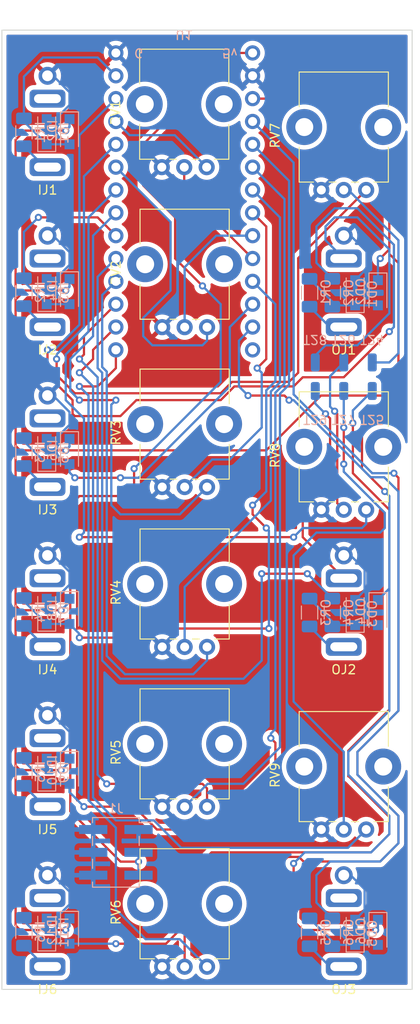
<source format=kicad_pcb>
(kicad_pcb (version 20211014) (generator pcbnew)
  (title_block (comment 4 "AISLER Project ID: XIZNEPVD"))
  (layers (0 "F.Cu" signal) (31 "B.Cu" signal) (34 "B.Paste" user) (35 "F.Paste" user) (36 "B.SilkS" user "B.Silkscreen") (37 "F.SilkS" user "F.Silkscreen") (38 "B.Mask" user) (39 "F.Mask" user) (44 "Edge.Cuts" user))
  (net 0 "")
  (net 1 "/VCA_1_Input/Signal")
  (net 2 "GND")
  (net 3 "+3.3V")
  (net 4 "/CV_Input_1/Signal")
  (net 5 "/VCA_2_Input/Signal")
  (net 6 "/CV_Input_2/Signal")
  (net 7 "/VCA_3_Input/Signal")
  (net 8 "/CV_Input_3/Signal")
  (net 9 "/VCA_1_Input/Switch")
  (net 10 "Net-(IJ1-PadT)")
  (net 11 "/CV_Input_1/Switch")
  (net 12 "Net-(IJ2-PadT)")
  (net 13 "/VCA_2_Input/Switch")
  (net 14 "Net-(IJ3-PadT)")
  (net 15 "/CV_Input_2/Switch")
  (net 16 "Net-(IJ4-PadT)")
  (net 17 "/VCA_3_Input/Switch")
  (net 18 "Net-(IJ5-PadT)")
  (net 19 "/CV_Input_3/Switch")
  (net 20 "Net-(IJ6-PadT)")
  (net 21 "+5V")
  (net 22 "Net-(OD1-Pad1)")
  (net 23 "Net-(OD3-Pad1)")
  (net 24 "Net-(OD5-Pad1)")
  (net 25 "/VCA_1_Output/Switch")
  (net 26 "Net-(OJ1-PadT)")
  (net 27 "/VCA_2_Output/Switch")
  (net 28 "Net-(OJ2-PadT)")
  (net 29 "/VCA_3_Output/Switch")
  (net 30 "Net-(OJ3-PadT)")
  (net 31 "/VCA_1_Output/Signal")
  (net 32 "/VCA_2_Output/Signal")
  (net 33 "/VCA_3_Output/Signal")
  (net 34 "Net-(RV1-Pad1)")
  (net 35 "Net-(RV1-Pad2)")
  (net 36 "Net-(RV2-Pad1)")
  (net 37 "Net-(RV2-Pad2)")
  (net 38 "Net-(RV3-Pad1)")
  (net 39 "Net-(RV3-Pad2)")
  (net 40 "Net-(RV4-Pad1)")
  (net 41 "Net-(RV4-Pad2)")
  (net 42 "Net-(RV5-Pad1)")
  (net 43 "Net-(RV5-Pad2)")
  (net 44 "Net-(RV6-Pad1)")
  (net 45 "Net-(RV6-Pad2)")
  (net 46 "Net-(RV7-Pad1)")
  (net 47 "Net-(RV7-Pad2)")
  (net 48 "Net-(RV8-Pad1)")
  (net 49 "Net-(RV8-Pad2)")
  (net 50 "Net-(RV9-Pad1)")
  (net 51 "Net-(RV9-Pad2)")
  (footprint "Perfboard:3.5mm Jack Perfboard" (layer "F.Cu") (at 40.64 68.58)
    (fp_text reference "IJ1")
    (fp_text value "Input")
  )
  (footprint "Perfboard:3.5mm Jack Perfboard" (layer "F.Cu") (at 40.64 86.36)
    (fp_text reference "IJ2")
    (fp_text value "Input")
  )
  (footprint "Potentiometer:Bourns_PTV09A-4025FB103" (layer "F.Cu") (at 73.615 76.185)
    (fp_text reference "RV7")
    (fp_text value "VCA_1_Gain")
  )
  (footprint "Perfboard:3.5mm Jack Perfboard" (layer "F.Cu") (at 40.64 121.92)
    (fp_text reference "IJ4")
    (fp_text value "Input")
  )
  (footprint "Potentiometer:Bourns_PTV09A-4020UB103" (layer "F.Cu") (at 55.88 127)
    (fp_text reference "RV4")
    (fp_text value "CV_Scale_2")
  )
  (footprint "Potentiometer:Bourns_PTV09A-4020UB103" (layer "F.Cu") (at 55.88 162.56)
    (fp_text reference "RV6")
    (fp_text value "CV_Scale_3")
  )
  (footprint "Perfboard:3.5mm Jack Perfboard" (layer "F.Cu") (at 73.66 157.48)
    (fp_text reference "OJ3")
    (fp_text value "Input")
  )
  (footprint "Perfboard:3.5mm Jack Perfboard" (layer "F.Cu") (at 40.64 157.48)
    (fp_text reference "IJ6")
    (fp_text value "Input")
  )
  (footprint "Perfboard:3.5mm Jack Perfboard" (layer "F.Cu") (at 40.64 104.14)
    (fp_text reference "IJ3")
    (fp_text value "Input")
  )
  (footprint "Potentiometer:Bourns_PTV09A-4020UB103" (layer "F.Cu") (at 55.835 73.645)
    (fp_text reference "RV1")
    (fp_text value "CV_1_Slope")
  )
  (footprint "Potentiometer:Bourns_PTV09A-4020UB103" (layer "F.Cu") (at 55.88 91.44)
    (fp_text reference "RV2")
    (fp_text value "CV_Scale_1")
  )
  (footprint "Potentiometer:Bourns_PTV09A-4020UB103" (layer "F.Cu") (at 55.88 144.78)
    (fp_text reference "RV5")
    (fp_text value "CV_3_Slope")
  )
  (footprint "Perfboard:3.5mm Jack Perfboard" (layer "F.Cu") (at 73.66 86.36)
    (fp_text reference "OJ1")
    (fp_text value "Input")
  )
  (footprint "Potentiometer:Bourns_PTV09A-4025FB103" (layer "F.Cu") (at 73.615 111.745)
    (fp_text reference "RV8")
    (fp_text value "VCA_2_Gain")
  )
  (footprint "Perfboard:3.5mm Jack Perfboard" (layer "F.Cu") (at 73.66 121.92)
    (fp_text reference "OJ2")
    (fp_text value "Input")
  )
  (footprint "Potentiometer:Bourns_PTV09A-4020UB103" (layer "F.Cu") (at 55.88 109.22)
    (fp_text reference "RV3")
    (fp_text value "CV_2_Slope")
  )
  (footprint "Potentiometer:Bourns_PTV09A-4025FB103" (layer "F.Cu") (at 73.615 147.305)
    (fp_text reference "RV9")
    (fp_text value "VCA_3_Gain")
  )
  (footprint "Perfboard:3.5mm Jack Perfboard" (layer "F.Cu") (at 40.64 139.7)
    (fp_text reference "IJ5")
    (fp_text value "Input")
  )
  (footprint "Diode_SMD:D_SOD-123F" (layer "B.Cu") (at 40.554 123.06 90)
    (fp_text reference "ID7")
    (fp_text value "240mV")
  )
  (footprint "Teensy:Teensy 4.0 horizontal" (layer "B.Cu") (at 55.88 58.42)
    (fp_text reference "U1")
    (fp_text value "Teensy4.0")
  )
  (footprint "Diode_SMD:D_SOD-123F" (layer "B.Cu") (at 74.93 87.63 90)
    (fp_text reference "OD1")
    (fp_text value "240mV")
  )
  (footprint "Resistor_SMD:R_1206_3216Metric_Pad1.30x1.75mm_HandSolder" (layer "B.Cu") (at 72.39 123.19 90)
    (fp_text reference "OR4")
    (fp_text value "900")
  )
  (footprint "Resistor_SMD:R_1206_3216Metric_Pad1.30x1.75mm_HandSolder" (layer "B.Cu") (at 38.014 123.127 90)
    (fp_text reference "IR4")
    (fp_text value "1k")
  )
  (footprint "Diode_SMD:D_SOD-123F" (layer "B.Cu") (at 43.094 69.72 -90)
    (fp_text reference "ID2")
    (fp_text value "240mV")
  )
  (footprint "Diode_SMD:D_SOD-123F" (layer "B.Cu") (at 43.094 105.28 -90)
    (fp_text reference "ID6")
    (fp_text value "240mV")
  )
  (footprint "Diode_SMD:D_SOD-123F" (layer "B.Cu") (at 74.93 158.75 90)
    (fp_text reference "OD5")
    (fp_text value "240mV")
  )
  (footprint "Resistor_SMD:R_1206_3216Metric_Pad1.30x1.75mm_HandSolder" (layer "B.Cu") (at 69.85 158.75 90)
    (fp_text reference "OR5")
    (fp_text value "100")
  )
  (footprint "Diode_SMD:D_SOD-123F" (layer "B.Cu") (at 77.47 158.75 -90)
    (fp_text reference "OD6")
    (fp_text value "240mV")
  )
  (footprint "Connector_PinHeader_2.54mm:PinHeader_2x03_P2.54mm_Vertical_SMD" (layer "B.Cu") (at 48.26 149.86 180)
    (fp_text reference "J1")
    (fp_text value "Power_Connector_2x3")
  )
  (footprint "Resistor_SMD:R_1206_3216Metric_Pad1.30x1.75mm_HandSolder" (layer "B.Cu") (at 38.014 158.687 90)
    (fp_text reference "IR6")
    (fp_text value "1k")
  )
  (footprint "Diode_SMD:D_SOD-123F" (layer "B.Cu") (at 43.094 87.5 -90)
    (fp_text reference "ID4")
    (fp_text value "240mV")
  )
  (footprint "Resistor_SMD:R_1206_3216Metric_Pad1.30x1.75mm_HandSolder" (layer "B.Cu") (at 72.39 87.63 90)
    (fp_text reference "OR2")
    (fp_text value "900")
  )
  (footprint "Resistor_SMD:R_1206_3216Metric_Pad1.30x1.75mm_HandSolder" (layer "B.Cu") (at 69.85 123.19 90)
    (fp_text reference "OR3")
    (fp_text value "100")
  )
  (footprint "Resistor_SMD:R_1206_3216Metric_Pad1.30x1.75mm_HandSolder" (layer "B.Cu") (at 38.014 140.907 90)
    (fp_text reference "IR5")
    (fp_text value "1k")
  )
  (footprint "Diode_SMD:D_SOD-123F" (layer "B.Cu") (at 43.094 158.62 -90)
    (fp_text reference "ID12")
    (fp_text value "240mV")
  )
  (footprint "Diode_SMD:D_SOD-123F" (layer "B.Cu") (at 40.554 158.62 90)
    (fp_text reference "ID11")
    (fp_text value "240mV")
  )
  (footprint "Resistor_SMD:R_1206_3216Metric_Pad1.30x1.75mm_HandSolder" (layer "B.Cu") (at 38.014 105.347 90)
    (fp_text reference "IR3")
    (fp_text value "1k")
  )
  (footprint "Diode_SMD:D_SOD-123F" (layer "B.Cu") (at 40.554 69.72 90)
    (fp_text reference "ID1")
    (fp_text value "240mV")
  )
  (footprint "Resistor_SMD:R_1206_3216Metric_Pad1.30x1.75mm_HandSolder" (layer "B.Cu") (at 38.014 87.567 90)
    (fp_text reference "IR2")
    (fp_text value "1k")
  )
  (footprint "Diode_SMD:D_SOD-123F" (layer "B.Cu") (at 74.93 123.19 90)
    (fp_text reference "OD3")
    (fp_text value "240mV")
  )
  (footprint "Diode_SMD:D_SOD-123F" (layer "B.Cu") (at 40.554 105.28 90)
    (fp_text reference "ID5")
    (fp_text value "240mV")
  )
  (footprint "Teensy:Teensy 4.0 back pins" (layer "B.Cu") (at 71.755 97.028 -90)
    (fp_text reference "U1" hide)
    (fp_text value "Teensy4.0" hide)
  )
  (footprint "Diode_SMD:D_SOD-123F" (layer "B.Cu") (at 77.47 123.19 -90)
    (fp_text reference "OD4")
    (fp_text value "240mV")
  )
  (footprint "Diode_SMD:D_SOD-123F" (layer "B.Cu") (at 40.554 140.84 90)
    (fp_text reference "ID9")
    (fp_text value "240mV")
  )
  (footprint "Resistor_SMD:R_1206_3216Metric_Pad1.30x1.75mm_HandSolder" (layer "B.Cu") (at 69.85 87.63 90)
    (fp_text reference "OR1")
    (fp_text value "100")
  )
  (footprint "Diode_SMD:D_SOD-123F" (layer "B.Cu") (at 43.094 140.84 -90)
    (fp_text reference "ID10")
    (fp_text value "240mV")
  )
  (footprint "Diode_SMD:D_SOD-123F" (layer "B.Cu") (at 77.47 87.63 -90)
    (fp_text reference "OD2")
    (fp_text value "240mV")
  )
  (footprint "Diode_SMD:D_SOD-123F" (layer "B.Cu") (at 40.554 87.5 90)
    (fp_text reference "ID3")
    (fp_text value "240mV")
  )
  (footprint "Diode_SMD:D_SOD-123F" (layer "B.Cu") (at 43.094 123.06 -90)
    (fp_text reference "ID8")
    (fp_text value "240mV")
  )
  (footprint "Resistor_SMD:R_1206_3216Metric_Pad1.30x1.75mm_HandSolder" (layer "B.Cu") (at 72.39 158.75 90)
    (fp_text reference "OR6")
    (fp_text value "900")
  )
  (footprint "Resistor_SMD:R_1206_3216Metric_Pad1.30x1.75mm_HandSolder" (layer "B.Cu") (at 38.014 69.787 90)
    (fp_text reference "IR1")
    (fp_text value "1k")
  )
  (gr_line (start 35.56 60.96) (end 35.56 165.1) (layer "Edge.Cuts") (width 0.1))
  (gr_line (start 35.56 58.42) (end 35.56 60.96) (layer "Edge.Cuts") (width 0.1))
  (gr_line (start 81.28 165.1) (end 81.28 58.42) (layer "Edge.Cuts") (width 0.1))
  (gr_line (start 81.28 58.42) (end 35.56 58.42) (layer "Edge.Cuts") (width 0.1))
  (gr_line (start 35.56 165.1) (end 81.28 165.1) (layer "Edge.Cuts") (width 0.1))
  (segment (start 38.014 68.237) (end 38.014 63.586) (width 0.25) (layer "B.Cu") (net 1))
  (segment (start 38.014 68.58) (end 40.554 71.12) (width 0.25) (layer "B.Cu") (net 1))
  (segment (start 38.014 63.586) (end 40.132 61.468) (width 0.25) (layer "B.Cu") (net 1))
  (segment (start 46.228 61.468) (end 48.26 63.5) (width 0.25) (layer "B.Cu") (net 1))
  (segment (start 40.554 71.12) (end 43.094 71.12) (width 0.25) (layer "B.Cu") (net 1))
  (segment (start 38.014 68.237) (end 38.014 68.58) (width 0.25) (layer "B.Cu") (net 1))
  (segment (start 40.132 61.468) (end 46.228 61.468) (width 0.25) (layer "B.Cu") (net 1))
  (segment (start 41.526726 121.66) (end 43.094 120.092726) (width 0.25) (layer "B.Cu") (net 2))
  (segment (start 41.266726 81.28) (end 40.64 81.28) (width 0.25) (layer "B.Cu") (net 2))
  (segment (start 75.985 156.295) (end 75.985 153.963) (width 0.25) (layer "B.Cu") (net 2))
  (segment (start 41.526726 157.22) (end 43.094 155.652726) (width 0.25) (layer "B.Cu") (net 2))
  (segment (start 40.554 86.1) (end 41.526726 86.1) (width 0.25) (layer "B.Cu") (net 2))
  (segment (start 75.985 153.963) (end 74.422 152.4) (width 0.25) (layer "B.Cu") (net 2))
  (segment (start 76.2 84.96) (end 76.2 83.058) (width 0.25) (layer "B.Cu") (net 2))
  (segment (start 43.094 83.107274) (end 41.266726 81.28) (width 0.25) (layer "B.Cu") (net 2))
  (segment (start 75.985 118.403) (end 74.422 116.84) (width 0.25) (layer "B.Cu") (net 2))
  (segment (start 41.266726 63.5) (end 40.64 63.5) (width 0.25) (layer "B.Cu") (net 2))
  (segment (start 74.422 81.28) (end 73.66 81.28) (width 0.25) (layer "B.Cu") (net 2))
  (segment (start 43.094 137.872726) (end 43.094 136.447274) (width 0.25) (layer "B.Cu") (net 2))
  (segment (start 74.93 157.35) (end 75.985 156.295) (width 0.25) (layer "B.Cu") (net 2))
  (segment (start 76.2 83.058) (end 74.422 81.28) (width 0.25) (layer "B.Cu") (net 2))
  (segment (start 43.094 136.447274) (end 41.266726 134.62) (width 0.25) (layer "B.Cu") (net 2))
  (segment (start 43.094 84.532726) (end 43.094 83.107274) (width 0.25) (layer "B.Cu") (net 2))
  (segment (start 74.93 86.23) (end 76.2 84.96) (width 0.25) (layer "B.Cu") (net 2))
  (segment (start 41.266726 116.84) (end 40.64 116.84) (width 0.25) (layer "B.Cu") (net 2))
  (segment (start 74.422 152.4) (end 73.66 152.4) (width 0.25) (layer "B.Cu") (net 2))
  (segment (start 40.554 68.32) (end 41.526726 68.32) (width 0.25) (layer "B.Cu") (net 2))
  (segment (start 43.094 120.092726) (end 43.094 118.667274) (width 0.25) (layer "B.Cu") (net 2))
  (segment (start 41.526726 68.32) (end 43.094 66.752726) (width 0.25) (layer "B.Cu") (net 2))
  (segment (start 41.526726 103.88) (end 43.094 102.312726) (width 0.25) (layer "B.Cu") (net 2))
  (segment (start 41.266726 134.62) (end 40.64 134.62) (width 0.25) (layer "B.Cu") (net 2))
  (segment (start 43.094 102.312726) (end 43.094 100.887274) (width 0.25) (layer "B.Cu") (net 2))
  (segment (start 74.93 121.79) (end 75.985 120.735) (width 0.25) (layer "B.Cu") (net 2))
  (segment (start 40.554 103.88) (end 41.526726 103.88) (width 0.25) (layer "B.Cu") (net 2))
  (segment (start 40.554 139.44) (end 41.526726 139.44) (width 0.25) (layer "B.Cu") (net 2))
  (segment (start 41.526726 86.1) (end 43.094 84.532726) (width 0.25) (layer "B.Cu") (net 2))
  (segment (start 41.266726 99.06) (end 40.64 99.06) (width 0.25) (layer "B.Cu") (net 2))
  (segment (start 75.985 120.735) (end 75.985 118.403) (width 0.25) (layer "B.Cu") (net 2))
  (segment (start 40.554 157.22) (end 41.526726 157.22) (width 0.25) (layer "B.Cu") (net 2))
  (segment (start 43.094 65.327274) (end 41.266726 63.5) (width 0.25) (layer "B.Cu") (net 2))
  (segment (start 43.094 118.667274) (end 41.266726 116.84) (width 0.25) (layer "B.Cu") (net 2))
  (segment (start 43.094 66.752726) (end 43.094 65.327274) (width 0.25) (layer "B.Cu") (net 2))
  (segment (start 43.094 100.887274) (end 41.266726 99.06) (width 0.25) (layer "B.Cu") (net 2))
  (segment (start 43.094 155.652726) (end 43.094 154.227274) (width 0.25) (layer "B.Cu") (net 2))
  (segment (start 40.554 121.66) (end 41.526726 121.66) (width 0.25) (layer "B.Cu") (net 2))
  (segment (start 43.094 154.227274) (end 41.266726 152.4) (width 0.25) (layer "B.Cu") (net 2))
  (segment (start 41.526726 139.44) (end 43.094 137.872726) (width 0.25) (layer "B.Cu") (net 2))
  (segment (start 74.422 116.84) (end 73.66 116.84) (width 0.25) (layer "B.Cu") (net 2))
  (segment (start 41.266726 152.4) (end 40.64 152.4) (width 0.25) (layer "B.Cu") (net 2))
  (segment (start 77.724 83.82) (end 78.74 82.804) (width 0.25) (layer "F.Cu") (net 3))
  (segment (start 68.072 151.0925) (end 68.072 157.48) (width 0.25) (layer "F.Cu") (net 3))
  (segment (start 79.756 84.328) (end 79.756 99.06) (width 0.25) (layer "F.Cu") (net 3))
  (segment (start 65.024 105.156) (end 42.672 105.156) (width 0.25) (layer "F.Cu") (net 3))
  (segment (start 42.672 105.156) (end 37.592 105.156) (width 0.25) (layer "F.Cu") (net 3))
  (segment (start 42.164 122.936) (end 37.592 122.936) (width 0.25) (layer "F.Cu") (net 3))
  (segment (start 71.12 99.06) (end 65.024 105.156) (width 0.25) (layer "F.Cu") (net 3))
  (segment (start 37.592 105.156) (end 37.084 105.664) (width 0.25) (layer "F.Cu") (net 3))
  (segment (start 37.592 140.716) (end 37.084 140.208) (width 0.25) (layer "F.Cu") (net 3))
  (segment (start 38.1 87.376) (end 42.672 87.376) (width 0.25) (layer "F.Cu") (net 3))
  (segment (start 37.084 104.648) (end 37.084 104.14) (width 0.25) (layer "F.Cu") (net 3))
  (segment (start 37.592 122.936) (end 37.084 122.428) (width 0.25) (layer "F.Cu") (net 3))
  (segment (start 37.084 120.396) (end 37.084 122.428) (width 0.25) (layer "F.Cu") (net 3))
  (segment (start 69.088 158.496) (end 77.216 158.496) (width 0.25) (layer "F.Cu") (net 3))
  (segment (start 78.74 82.804) (end 78.74 74.676) (width 0.25) (layer "F.Cu") (net 3))
  (segment (start 37.084 157.988) (end 37.084 140.208) (width 0.25) (layer "F.Cu") (net 3))
  (segment (start 78.74 83.312) (end 79.756 84.328) (width 0.25) (layer "F.Cu") (net 3))
  (segment (start 75.692 107.188) (end 78.232 109.728) (width 0.25) (layer "F.Cu") (net 3))
  (segment (start 78.74 74.676) (end 70.104 66.04) (width 0.25) (layer "F.Cu") (net 3))
  (segment (start 42.672 158.496) (end 37.592 158.496) (width 0.25) (layer "F.Cu") (net 3))
  (segment (start 38.1 69.596) (end 37.084 70.612) (width 0.25) (layer "F.Cu") (net 3))
  (segment (start 42.672 69.596) (end 38.1 69.596) (width 0.25) (layer "F.Cu") (net 3))
  (segment (start 37.084 104.14) (end 37.084 88.392) (width 0.25) (layer "F.Cu") (net 3))
  (segment (start 37.084 104.14) (end 37.084 105.664) (width 0.25) (layer "F.Cu") (net 3))
  (segment (start 37.592 105.156) (end 37.084 104.648) (width 0.25) (layer "F.Cu") (net 3))
  (segment (start 75.692 103.124) (end 75.692 107.188) (width 0.25) (layer "F.Cu") (net 3))
  (segment (start 68.072 157.48) (end 69.088 158.496) (width 0.25) (layer "F.Cu") (net 3))
  (segment (start 37.084 88.392) (end 38.1 87.376) (width 0.25) (layer "F.Cu") (net 3))
  (segment (start 79.756 99.06) (end 71.12 99.06) (width 0.25) (layer "F.Cu") (net 3))
  (segment (start 37.084 140.208) (end 37.084 122.428) (width 0.25) (layer "F.Cu") (net 3))
  (segment (start 37.084 70.612) (end 37.084 88.392) (width 0.25) (layer "F.Cu") (net 3))
  (segment (start 42.164 140.716) (end 37.592 140.716) (width 0.25) (layer "F.Cu") (net 3))
  (segment (start 79.756 99.06) (end 75.692 103.124) (width 0.25) (layer "F.Cu") (net 3))
  (segment (start 78.74 82.804) (end 78.74 83.312) (width 0.25) (layer "F.Cu") (net 3))
  (segment (start 37.084 105.664) (end 37.084 120.396) (width 0.25) (layer "F.Cu") (net 3))
  (segment (start 37.592 158.496) (end 37.084 157.988) (width 0.25) (layer "F.Cu") (net 3))
  (segment (start 70.104 66.04) (end 63.5 66.04) (width 0.25) (layer "F.Cu") (net 3))
  (via (at 42.672 69.596) (size 0.8) (drill 0.4) (layers "F.Cu" "B.Cu") (net 3))
  (via (at 42.672 158.496) (size 0.8) (drill 0.4) (layers "F.Cu" "B.Cu") (net 3))
  (via (at 77.724 83.82) (size 0.8) (drill 0.4) (layers "F.Cu" "B.Cu") (net 3))
  (via (at 42.672 87.376) (size 0.8) (drill 0.4) (layers "F.Cu" "B.Cu") (net 3))
  (via (at 42.672 105.156) (size 0.8) (drill 0.4) (layers "F.Cu" "B.Cu") (net 3))
  (via (at 77.216 158.496) (size 0.8) (drill 0.4) (layers "F.Cu" "B.Cu") (net 3))
  (via (at 68.072 151.0925) (size 0.8) (drill 0.4) (layers "F.Cu" "B.Cu") (net 3))
  (via (at 78.232 109.728) (size 0.8) (drill 0.4) (layers "F.Cu" "B.Cu") (net 3))
  (via (at 42.164 140.716) (size 0.8) (drill 0.4) (layers "F.Cu" "B.Cu") (net 3))
  (via (at 42.164 122.936) (size 0.8) (drill 0.4) (layers "F.Cu" "B.Cu") (net 3))
  (segment (start 78.74 145.796) (end 74.168 141.224) (width 0.25) (layer "B.Cu") (net 3))
  (segment (start 69.3045 149.86) (end 76.708 149.86) (width 0.25) (layer "B.Cu") (net 3))
  (segment (start 77.47 84.074) (end 77.47 86.23) (width 0.25) (layer "B.Cu") (net 3))
  (segment (start 78.74 120.52) (end 77.47 121.79) (width 0.25) (layer "B.Cu") (net 3))
  (segment (start 77.47 158.242) (end 77.47 157.35) (width 0.25) (layer "B.Cu") (net 3))
  (segment (start 74.168 141.224) (end 74.168 138.684) (width 0.25) (layer "B.Cu") (net 3))
  (segment (start 76.708 149.86) (end 78.74 147.828) (width 0.25) (layer "B.Cu") (net 3))
  (segment (start 43.094 69.174) (end 42.672 69.596) (width 0.25) (layer "B.Cu") (net 3))
  (segment (start 78.74 110.236) (end 78.74 120.52) (width 0.25) (layer "B.Cu") (net 3))
  (segment (start 77.724 83.82) (end 77.47 84.074) (width 0.25) (layer "B.Cu") (net 3))
  (segment (start 74.168 138.684) (end 78.74 134.112) (width 0.25) (layer "B.Cu") (net 3))
  (segment (start 43.094 157.22) (end 43.094 158.074) (width 0.25) (layer "B.Cu") (net 3))
  (segment (start 43.094 103.88) (end 43.094 104.734) (width 0.25) (layer "B.Cu") (net 3))
  (segment (start 43.094 68.32) (end 43.094 69.174) (width 0.25) (layer "B.Cu") (net 3))
  (segment (start 43.094 122.006) (end 43.094 121.66) (width 0.25) (layer "B.Cu") (net 3))
  (segment (start 42.164 140.716) (end 43.094 139.786) (width 0.25) (layer "B.Cu") (net 3))
  (segment (start 78.232 109.728) (end 78.74 110.236) (width 0.25) (layer "B.Cu") (net 3))
  (segment (start 43.094 86.1) (end 43.094 86.954) (width 0.25) (layer "B.Cu") (net 3))
  (segment (start 42.164 122.936) (end 43.094 122.006) (width 0.25) (layer "B.Cu") (net 3))
  (segment (start 43.094 139.786) (end 43.094 139.44) (width 0.25) (layer "B.Cu") (net 3))
  (segment (start 43.094 104.734) (end 42.672 105.156) (width 0.25) (layer "B.Cu") (net 3))
  (segment (start 43.094 158.074) (end 42.672 158.496) (width 0.25) (layer "B.Cu") (net 3))
  (segment (start 43.094 86.954) (end 42.672 87.376) (width 0.25) (layer "B.Cu") (net 3))
  (segment (start 78.74 147.828) (end 78.74 145.796) (width 0.25) (layer "B.Cu") (net 3))
  (segment (start 78.74 134.112) (end 78.74 120.52) (width 0.25) (layer "B.Cu") (net 3))
  (segment (start 77.216 158.496) (end 77.47 158.242) (width 0.25) (layer "B.Cu") (net 3))
  (segment (start 68.072 151.0925) (end 69.3045 149.86) (width 0.25) (layer "B.Cu") (net 3))
  (segment (start 48.26 81.28) (end 46.228 79.248) (width 0.25) (layer "F.Cu") (net 4))
  (segment (start 46.228 79.248) (end 39.624 79.248) (width 0.25) (layer "F.Cu") (net 4))
  (via (at 39.624 79.248) (size 0.8) (drill 0.4) (layers "F.Cu" "B.Cu") (net 4))
  (segment (start 39.624 79.248) (end 38.014 80.858) (width 0.25) (layer "B.Cu") (net 4))
  (segment (start 38.014 86.017) (end 38.014 86.36) (width 0.25) (layer "B.Cu") (net 4))
  (segment (start 38.014 86.36) (end 40.554 88.9) (width 0.25) (layer "B.Cu") (net 4))
  (segment (start 38.014 80.858) (end 38.014 86.017) (width 0.25) (layer "B.Cu") (net 4))
  (segment (start 40.554 88.9) (end 43.094 88.9) (width 0.25) (layer "B.Cu") (net 4))
  (segment (start 43.688 108.204) (end 48.768 108.204) (width 0.25) (layer "F.Cu") (net 5))
  (via (at 43.688 108.204) (size 0.8) (drill 0.4) (layers "F.Cu" "B.Cu") (net 5))
  (via (at 48.768 108.204) (size 0.8) (drill 0.4) (layers "F.Cu" "B.Cu") (net 5))
  (segment (start 38.014 104.14) (end 40.554 106.68) (width 0.25) (layer "B.Cu") (net 5))
  (segment (start 48.768 108.204) (end 50.8 108.204) (width 0.25) (layer "B.Cu") (net 5))
  (segment (start 60.96 98.044) (end 60.96 91.44) (width 0.25) (layer "B.Cu") (net 5))
  (segment (start 50.8 108.204) (end 60.96 98.044) (width 0.25) (layer "B.Cu") (net 5))
  (segment (start 43.094 107.61) (end 43.688 108.204) (width 0.25) (layer "B.Cu") (net 5))
  (segment (start 43.094 106.68) (end 43.094 107.61) (width 0.25) (layer "B.Cu") (net 5))
  (segment (start 60.96 91.44) (end 63.5 88.9) (width 0.25) (layer "B.Cu") (net 5))
  (segment (start 38.014 103.797) (end 38.014 104.14) (width 0.25) (layer "B.Cu") (net 5))
  (segment (start 40.554 106.68) (end 43.094 106.68) (width 0.25) (layer "B.Cu") (net 5))
  (segment (start 63.5 111.76) (end 63.5 111.252) (width 0.25) (layer "F.Cu") (net 6))
  (segment (start 44.196 125.984) (end 50.546 125.984) (width 0.25) (layer "F.Cu") (net 6))
  (segment (start 51.562 124.968) (end 65.3155 124.968) (width 0.25) (layer "F.Cu") (net 6))
  (segment (start 65.024 113.792) (end 63.5 112.268) (width 0.25) (layer "F.Cu") (net 6))
  (segment (start 50.546 125.984) (end 51.562 124.968) (width 0.25) (layer "F.Cu") (net 6))
  (segment (start 63.5 112.268) (end 63.5 111.76) (width 0.25) (layer "F.Cu") (net 6))
  (via (at 44.196 125.984) (size 0.8) (drill 0.4) (layers "F.Cu" "B.Cu") (net 6))
  (via (at 65.024 113.792) (size 0.8) (drill 0.4) (layers "F.Cu" "B.Cu") (net 6))
  (via (at 65.3155 124.968) (size 0.8) (drill 0.4) (layers "F.Cu" "B.Cu") (net 6))
  (via (at 63.5 111.252) (size 0.8) (drill 0.4) (layers "F.Cu" "B.Cu") (net 6))
  (segment (start 63.5 111.252) (end 65.024 109.728) (width 0.25) (layer "B.Cu") (net 6))
  (segment (start 43.094 124.46) (end 44.196 125.562) (width 0.25) (layer "B.Cu") (net 6))
  (segment (start 65.024 109.728) (end 65.024 98.480358) (width 0.25) (layer "B.Cu") (net 6))
  (segment (start 38.014 121.92) (end 40.554 124.46) (width 0.25) (layer "B.Cu") (net 6))
  (segment (start 65.3155 114.0835) (end 65.024 113.792) (width 0.25) (layer "B.Cu") (net 6))
  (segment (start 66.04 88.9) (end 63.5 86.36) (width 0.25) (layer "B.Cu") (net 6))
  (segment (start 44.196 125.562) (end 44.196 125.984) (width 0.25) (layer "B.Cu") (net 6))
  (segment (start 65.3155 124.968) (end 65.3155 114.0835) (width 0.25) (layer "B.Cu") (net 6))
  (segment (start 40.554 124.46) (end 43.094 124.46) (width 0.25) (layer "B.Cu") (net 6))
  (segment (start 66.04 97.464358) (end 66.04 88.9) (width 0.25) (layer "B.Cu") (net 6))
  (segment (start 65.024 98.480358) (end 66.04 97.464358) (width 0.25) (layer "B.Cu") (net 6))
  (segment (start 38.014 121.577) (end 38.014 121.92) (width 0.25) (layer "B.Cu") (net 6))
  (segment (start 58.928 147.32) (end 66.04 140.208) (width 0.25) (layer "F.Cu") (net 7))
  (segment (start 66.04 140.208) (end 66.04 137.668) (width 0.25) (layer "F.Cu") (net 7))
  (segment (start 44.704 144.78) (end 50.292 144.78) (width 0.25) (layer "F.Cu") (net 7))
  (segment (start 50.292 144.78) (end 52.832 147.32) (width 0.25) (layer "F.Cu") (net 7))
  (segment (start 66.04 137.668) (end 65.532 137.16) (width 0.25) (layer "F.Cu") (net 7))
  (segment (start 52.832 147.32) (end 58.928 147.32) (width 0.25) (layer "F.Cu") (net 7))
  (via (at 44.704 144.78) (size 0.8) (drill 0.4) (layers "F.Cu" "B.Cu") (net 7))
  (via (at 65.532 137.16) (size 0.8) (drill 0.4) (layers "F.Cu" "B.Cu") (net 7))
  (segment (start 38.014 139.7) (end 40.554 142.24) (width 0.25) (layer "B.Cu") (net 7))
  (segment (start 65.532 136.652) (end 66.04 136.144) (width 0.25) (layer "B.Cu") (net 7))
  (segment (start 40.554 142.24) (end 43.094 142.24) (width 0.25) (layer "B.Cu") (net 7))
  (segment (start 66.04 98.73715) (end 67.056 97.72115) (width 0.25) (layer "B.Cu") (net 7))
  (segment (start 43.094 143.17) (end 43.094 142.24) (width 0.25) (layer "B.Cu") (net 7))
  (segment (start 66.04 136.144) (end 66.04 98.73715) (width 0.25) (layer "B.Cu") (net 7))
  (segment (start 67.056 97.72115) (end 67.056 77.216) (width 0.25) (layer "B.Cu") (net 7))
  (segment (start 65.532 137.16) (end 65.532 136.652) (width 0.25) (layer "B.Cu") (net 7))
  (segment (start 38.014 139.357) (end 38.014 139.7) (width 0.25) (layer "B.Cu") (net 7))
  (segment (start 67.056 77.216) (end 63.5 73.66) (width 0.25) (layer "B.Cu") (net 7))
  (segment (start 44.704 144.78) (end 43.094 143.17) (width 0.25) (layer "B.Cu") (net 7))
  (segment (start 55.372 158.496) (end 55.372 153.416) (width 0.25) (layer "F.Cu") (net 8))
  (segment (start 78.74 145.924396) (end 74.226 141.410396) (width 0.25) (layer "F.Cu") (net 8))
  (segment (start 48.26 160.02) (end 53.848 160.02) (width 0.25) (layer "F.Cu") (net 8))
  (segment (start 78.74 111.76) (end 78.74 133.983604) (width 0.25) (layer "F.Cu") (net 8))
  (segment (start 78.74 147.828) (end 78.74 145.924396) (width 0.25) (layer "F.Cu") (net 8))
  (segment (start 53.848 160.02) (end 55.372 158.496) (width 0.25) (layer "F.Cu") (net 8))
  (segment (start 55.372 153.416) (end 58.928 149.86) (width 0.25) (layer "F.Cu") (net 8))
  (segment (start 78.74 133.983604) (end 74.168 138.555604) (width 0.25) (layer "F.Cu") (net 8))
  (segment (start 74.168 138.555604) (end 74.168 141.410396) (width 0.25) (layer "F.Cu") (net 8))
  (segment (start 74.676 102.116598) (end 74.676 107.696) (width 0.25) (layer "F.Cu") (net 8))
  (segment (start 74.671701 102.112299) (end 74.676 102.116598) (width 0.25) (layer "F.Cu") (net 8))
  (segment (start 58.928 149.86) (end 76.708 149.86) (width 0.25) (layer "F.Cu") (net 8))
  (segment (start 76.708 149.86) (end 78.74 147.828) (width 0.25) (layer "F.Cu") (net 8))
  (segment (start 74.676 107.696) (end 78.74 111.76) (width 0.25) (layer "F.Cu") (net 8))
  (via (at 48.26 160.02) (size 0.8) (drill 0.4) (layers "F.Cu" "B.Cu") (net 8))
  (via (at 74.671701 102.112299) (size 0.8) (drill 0.4) (layers "F.Cu" "B.Cu") (net 8))
  (segment (start 74.671701 102.112299) (end 74.671701 100.715299) (width 0.25) (layer "B.Cu") (net 8))
  (segment (start 74.671701 100.715299) (end 76.835 98.552) (width 0.25) (layer "B.Cu") (net 8))
  (segment (start 38.014 157.48) (end 40.554 160.02) (width 0.25) (layer "B.Cu") (net 8))
  (segment (start 40.554 160.02) (end 43.094 160.02) (width 0.25) (layer "B.Cu") (net 8))
  (segment (start 43.094 160.02) (end 48.26 160.02) (width 0.25) (layer "B.Cu") (net 8))
  (segment (start 38.014 157.137) (end 38.014 157.48) (width 0.25) (layer "B.Cu") (net 8))
  (segment (start 40.64 73.66) (end 40.337 73.66) (width 0.25) (layer "F.Cu") (net 10))
  (segment (start 40.337 73.66) (end 38.014 71.337) (width 0.25) (layer "B.Cu") (net 10))
  (segment (start 40.64 73.66) (end 40.337 73.66) (width 0.25) (layer "B.Cu") (net 10))
  (segment (start 40.64 91.44) (end 40.337 91.44) (width 0.25) (layer "F.Cu") (net 12))
  (segment (start 40.64 91.44) (end 40.337 91.44) (width 0.25) (layer "B.Cu") (net 12))
  (segment (start 40.337 91.44) (end 38.014 89.117) (width 0.25) (layer "B.Cu") (net 12))
  (segment (start 40.64 109.22) (end 40.337 109.22) (width 0.25) (layer "F.Cu") (net 14))
  (segment (start 40.337 109.22) (end 38.014 106.897) (width 0.25) (layer "B.Cu") (net 14))
  (segment (start 40.64 109.22) (end 40.337 109.22) (width 0.25) (layer "B.Cu") (net 14))
  (segment (start 40.64 127) (end 40.337 127) (width 0.25) (layer "F.Cu") (net 16))
  (segment (start 40.64 127) (end 40.337 127) (width 0.25) (layer "B.Cu") (net 16))
  (segment (start 40.337 127) (end 38.014 124.677) (width 0.25) (layer "B.Cu") (net 16))
  (segment (start 40.64 144.78) (end 40.337 144.78) (width 0.25) (layer "F.Cu") (net 18))
  (segment (start 40.64 144.78) (end 40.337 144.78) (width 0.25) (layer "B.Cu") (net 18))
  (segment (start 40.337 144.78) (end 38.014 142.457) (width 0.25) (layer "B.Cu") (net 18))
  (segment (start 40.64 162.56) (end 40.337 162.56) (width 0.25) (layer "F.Cu") (net 20))
  (segment (start 40.337 162.56) (end 38.014 160.237) (width 0.25) (layer "B.Cu") (net 20))
  (segment (start 40.64 162.56) (end 40.337 162.56) (width 0.25) (layer "B.Cu") (net 20))
  (segment (start 50.292 107.188) (end 50.292 109.728) (width 0.25) (layer "F.Cu") (net 21))
  (segment (start 50.292 109.728) (end 49.784 110.236) (width 0.25) (layer "F.Cu") (net 21))
  (segment (start 61.468 60.96) (end 63.5 60.96) (width 0.25) (layer "F.Cu") (net 21))
  (segment (start 43.18 145.288) (end 48.783 150.891) (width 0.25) (layer "F.Cu") (net 21))
  (segment (start 57.912 86.868) (end 54.864 83.82) (width 0.25) (layer "F.Cu") (net 21))
  (segment (start 54.864 79.248) (end 51.308 75.692) (width 0.25) (layer "F.Cu") (net 21))
  (segment (start 54.864 83.82) (end 54.864 79.248) (width 0.25) (layer "F.Cu") (net 21))
  (segment (start 43.18 111.252) (end 43.18 145.288) (width 0.25) (layer "F.Cu") (net 21))
  (segment (start 49.784 110.236) (end 44.196 110.236) (width 0.25) (layer "F.Cu") (net 21))
  (segment (start 44.196 110.236) (end 43.18 111.252) (width 0.25) (layer "F.Cu") (net 21))
  (segment (start 51.308 71.12) (end 61.468 60.96) (width 0.25) (layer "F.Cu") (net 21))
  (segment (start 51.308 75.692) (end 51.308 71.12) (width 0.25) (layer "F.Cu") (net 21))
  (segment (start 48.783 150.891) (end 50.785 150.891) (width 0.25) (layer "F.Cu") (net 21))
  (via (at 50.785 150.891) (size 0.8) (drill 0.4) (layers "F.Cu" "B.Cu") (net 21))
  (via (at 57.912 86.868) (size 0.8) (drill 0.4) (layers "F.Cu" "B.Cu") (net 21))
  (via (at 50.292 107.188) (size 0.8) (drill 0.4) (layers "F.Cu" "B.Cu") (net 21))
  (segment (start 59.944 97.536) (end 59.944 90.424) (width 0.25) (layer "B.Cu") (net 21))
  (segment (start 50.785 149.86) (end 50.785 150.891) (width 0.25) (layer "B.Cu") (net 21))
  (segment (start 50.292 107.188) (end 59.944 97.536) (width 0.25) (layer "B.Cu") (net 21))
  (segment (start 59.944 90.424) (end 59.944 88.9) (width 0.25) (layer "B.Cu") (net 21))
  (segment (start 50.785 150.891) (end 50.785 152.4) (width 0.25) (layer "B.Cu") (net 21))
  (segment (start 59.944 88.9) (end 57.912 86.868) (width 0.25) (layer "B.Cu") (net 21))
  (segment (start 74.93 89.03) (end 77.47 89.03) (width 0.25) (layer "B.Cu") (net 22))
  (segment (start 72.39 88.62) (end 72.39 89.18) (width 0.25) (layer "B.Cu") (net 22))
  (segment (start 69.85 86.08) (end 72.39 88.62) (width 0.25) (layer "B.Cu") (net 22))
  (segment (start 72.39 89.18) (end 72.54 89.03) (width 0.25) (layer "B.Cu") (net 22))
  (segment (start 72.54 89.03) (end 74.93 89.03) (width 0.25) (layer "B.Cu") (net 22))
  (segment (start 69.85 121.64) (end 72.39 124.18) (width 0.25) (layer "B.Cu") (net 23))
  (segment (start 74.93 124.59) (end 77.47 124.59) (width 0.25) (layer "B.Cu") (net 23))
  (segment (start 72.54 124.59) (end 74.93 124.59) (width 0.25) (layer "B.Cu") (net 23))
  (segment (start 72.39 124.74) (end 72.54 124.59) (width 0.25) (layer "B.Cu") (net 23))
  (segment (start 72.39 124.18) (end 72.39 124.74) (width 0.25) (layer "B.Cu") (net 23))
  (segment (start 74.93 160.15) (end 77.47 160.15) (width 0.25) (layer "B.Cu") (net 24))
  (segment (start 69.85 157.2) (end 72.39 159.74) (width 0.25) (layer "B.Cu") (net 24))
  (segment (start 72.54 160.15) (end 74.93 160.15) (width 0.25) (layer "B.Cu") (net 24))
  (segment (start 72.39 160.3) (end 72.54 160.15) (width 0.25) (layer "B.Cu") (net 24))
  (segment (start 72.39 159.74) (end 72.39 160.3) (width 0.25) (layer "B.Cu") (net 24))
  (segment (start 71.628 81.788) (end 71.628 80.264) (width 0.25) (layer "B.Cu") (net 25))
  (segment (start 78.74 82.804) (end 78.74 89.916) (width 0.25) (layer "B.Cu") (net 25))
  (segment (start 71.628 93.472) (end 70.485 94.615) (width 0.25) (layer "B.Cu") (net 25))
  (segment (start 71.628 80.264) (end 72.644 79.248) (width 0.25) (layer "B.Cu") (net 25))
  (segment (start 73.66 83.82) (end 71.628 81.788) (width 0.25) (layer "B.Cu") (net 25))
  (segment (start 70.485 94.615) (end 70.485 95.377) (width 0.25) (layer "B.Cu") (net 25))
  (segment (start 72.644 79.248) (end 75.184 79.248) (width 0.25) (layer "B.Cu") (net 25))
  (segment (start 75.184 79.248) (end 78.74 82.804) (width 0.25) (layer "B.Cu") (net 25))
  (segment (start 78.74 89.916) (end 75.184 93.472) (width 0.25) (layer "B.Cu") (net 25))
  (segment (start 75.184 93.472) (end 71.628 93.472) (width 0.25) (layer "B.Cu") (net 25))
  (segment (start 72.11 91.44) (end 69.85 89.18) (width 0.25) (layer "B.Cu") (net 26))
  (segment (start 73.66 91.44) (end 72.11 91.44) (width 0.25) (layer "B.Cu") (net 26))
  (segment (start 71.628 101.092) (end 72.136 101.6) (width 0.25) (layer "F.Cu") (net 27))
  (segment (start 69.088 109.22) (end 69.088 114.808) (width 0.25) (layer "F.Cu") (net 27))
  (segment (start 72.136 106.172) (end 69.088 109.22) (width 0.25) (layer "F.Cu") (net 27))
  (segment (start 69.088 114.808) (end 73.66 119.38) (width 0.25) (layer "F.Cu") (net 27))
  (segment (start 72.136 101.6) (end 72.136 106.172) (width 0.25) (layer "F.Cu") (net 27))
  (via (at 71.628 101.092) (size 0.8) (drill 0.4) (layers "F.Cu" "B.Cu") (net 27))
  (segment (start 71.628 101.092) (end 70.485 99.949) (width 0.25) (layer "B.Cu") (net 27))
  (segment (start 70.485 99.949) (end 70.485 98.552) (width 0.25) (layer "B.Cu") (net 27))
  (segment (start 72.11 127) (end 69.85 124.74) (width 0.25) (layer "B.Cu") (net 28))
  (segment (start 73.66 127) (end 72.11 127) (width 0.25) (layer "B.Cu") (net 28))
  (segment (start 72.11 162.56) (end 69.85 160.3) (width 0.25) (layer "B.Cu") (net 30))
  (segment (start 73.66 162.56) (end 72.11 162.56) (width 0.25) (layer "B.Cu") (net 30))
  (segment (start 69.088 97.028) (end 68.072 98.044) (width 0.25) (layer "F.Cu") (net 31))
  (segment (start 73.66 97.028) (end 69.088 97.028) (width 0.25) (layer "F.Cu") (net 31))
  (segment (start 50.546 99.568) (end 48.768 101.346) (width 0.25) (layer "F.Cu") (net 31))
  (segment (start 78.74 91.948) (end 73.66 97.028) (width 0.25) (layer "F.Cu") (net 31))
  (segment (start 43.434 101.092) (end 43.434 99.568) (width 0.25) (layer "F.Cu") (net 31))
  (segment (start 61.468 98.044) (end 59.944 99.568) (width 0.25) (layer "F.Cu") (net 31))
  (segment (start 68.072 98.044) (end 61.468 98.044) (width 0.25) (layer "F.Cu") (net 31))
  (segment (start 43.434 99.568) (end 40.64 96.774) (width 0.25) (layer "F.Cu") (net 31))
  (segment (start 43.688 101.346) (end 43.434 101.092) (width 0.25) (layer "F.Cu") (net 31))
  (segment (start 59.944 99.568) (end 50.546 99.568) (width 0.25) (layer "F.Cu") (net 31))
  (segment (start 48.768 101.346) (end 43.688 101.346) (width 0.25) (layer "F.Cu") (net 31))
  (segment (start 40.64 96.774) (end 40.64 93.98) (width 0.25) (layer "F.Cu") (net 31))
  (via (at 40.64 93.98) (size 0.8) (drill 0.4) (layers "F.Cu" "B.Cu") (net 31))
  (via (at 78.74 91.948) (size 0.8) (drill 0.4) (layers "F.Cu" "B.Cu") (net 31))
  (segment (start 44.196 70.104) (end 44.196 91.186) (width 0.25) (layer "B.Cu") (net 31))
  (segment (start 44.196 91.186) (end 41.402 93.98) (width 0.25) (layer "B.Cu") (net 31))
  (segment (start 72.39 86.08) (end 72.11 86.08) (width 0.25) (layer "B.Cu") (net 31))
  (segment (start 48.26 66.04) (end 44.196 70.104) (width 0.25) (layer "B.Cu") (net 31))
  (segment (start 72.644 78.232) (end 70.612 80.264) (width 0.25) (layer "B.Cu") (net 31))
  (segment (start 70.612 84.302) (end 72.39 86.08) (width 0.25) (layer "B.Cu") (net 31))
  (segment (start 79.248 91.44) (end 79.248 82.296) (width 0.25) (layer "B.Cu") (net 31))
  (segment (start 75.184 78.232) (end 72.644 78.232) (width 0.25) (layer "B.Cu") (net 31))
  (segment (start 78.74 91.948) (end 79.248 91.44) (width 0.25) (layer "B.Cu") (net 31))
  (segment (start 41.402 93.98) (end 40.64 93.98) (width 0.25) (layer "B.Cu") (net 31))
  (segment (start 79.248 82.296) (end 75.184 78.232) (width 0.25) (layer "B.Cu") (net 31))
  (segment (start 70.612 80.264) (end 70.612 84.302) (width 0.25) (layer "B.Cu") (net 31))
  (segment (start 69.596 118.872) (end 64.516 118.872) (width 0.25) (layer "F.Cu") (net 32))
  (via (at 64.516 118.872) (size 0.8) (drill 0.4) (layers "F.Cu" "B.Cu") (net 32))
  (via (at 69.596 118.872) (size 0.8) (drill 0.4) (layers "F.Cu" "B.Cu") (net 32))
  (segment (start 46.736 96.52) (end 46.736 128.524) (width 0.25) (layer "B.Cu") (net 32))
  (segment (start 46.228 85.852) (end 46.228 96.012) (width 0.25) (layer "B.Cu") (net 32))
  (segment (start 72.39 121.64) (end 69.622 118.872) (width 0.25) (layer "B.Cu") (net 32))
  (segment (start 48.26 83.82) (end 46.228 85.852) (width 0.25) (layer "B.Cu") (net 32))
  (segment (start 72.39 121.64) (end 72.11 121.64) (width 0.25) (layer "B.Cu") (net 32))
  (segment (start 46.736 128.524) (end 48.768 130.556) (width 0.25) (layer "B.Cu") (net 32))
  (segment (start 62.484 130.556) (end 64.516 128.524) (width 0.25) (layer "B.Cu") (net 32))
  (segment (start 64.516 128.524) (end 64.516 118.872) (width 0.25) (layer "B.Cu") (net 32))
  (segment (start 46.228 96.012) (end 46.736 96.52) (width 0.25) (layer "B.Cu") (net 32))
  (segment (start 48.768 130.556) (end 62.484 130.556) (width 0.25) (layer "B.Cu") (net 32))
  (segment (start 69.622 118.872) (end 69.596 118.872) (width 0.25) (layer "B.Cu") (net 32))
  (segment (start 67.056 99.06) (end 62.992 99.06) (width 0.25) (layer "F.Cu") (net 33))
  (segment (start 67.564 99.568) (end 67.056 99.06) (width 0.25) (layer "F.Cu") (net 33))
  (via (at 62.992 99.06) (size 0.8) (drill 0.4) (layers "F.Cu" "B.Cu") (net 33))
  (via (at 67.564 99.568) (size 0.8) (drill 0.4) (layers "F.Cu" "B.Cu") (net 33))
  (segment (start 79.756 109.728) (end 79.756 134.112) (width 0.25) (layer "B.Cu") (net 33))
  (segment (start 68.072 99.568) (end 76.65 108.146) (width 0.25) (layer "B.Cu") (net 33))
  (segment (start 79.756 134.112) (end 75.184 138.684) (width 0.25) (layer "B.Cu") (net 33))
  (segment (start 61.976 98.044) (end 61.976 92.964) (width 0.25) (layer "B.Cu") (net 33))
  (segment (start 72.364 157.2) (end 72.39 157.2) (width 0.25) (layer "B.Cu") (net 33))
  (segment (start 67.564 99.568) (end 68.072 99.568) (width 0.25) (layer "B.Cu") (net 33))
  (segment (start 79.756 148.844) (end 77.724 150.876) (width 0.25) (layer "B.Cu") (net 33))
  (segment (start 77.724 150.876) (end 72.136 150.876) (width 0.25) (layer "B.Cu") (net 33))
  (segment (start 61.976 92.964) (end 63.5 91.44) (width 0.25) (layer "B.Cu") (net 33))
  (segment (start 62.992 99.06) (end 61.976 98.044) (width 0.25) (layer "B.Cu") (net 33))
  (segment (start 75.184 138.684) (end 75.184 141.224) (width 0.25) (layer "B.Cu") (net 33))
  (segment (start 79.756 145.796) (end 79.756 148.844) (width 0.25) (layer "B.Cu") (net 33))
  (segment (start 72.39 157.2) (end 72.11 157.2) (width 0.25) (layer "B.Cu") (net 33))
  (segment (start 70.612 155.448) (end 72.364 157.2) (width 0.25) (layer "B.Cu") (net 33))
  (segment (start 76.65 108.146) (end 78.174 108.146) (width 0.25) (layer "B.Cu") (net 33))
  (segment (start 72.136 150.876) (end 70.612 152.4) (width 0.25) (layer "B.Cu") (net 33))
  (segment (start 78.174 108.146) (end 79.756 109.728) (width 0.25) (layer "B.Cu") (net 33))
  (segment (start 70.612 152.4) (end 70.612 155.448) (width 0.25) (layer "B.Cu") (net 33))
  (segment (start 75.184 141.224) (end 79.756 145.796) (width 0.25) (layer "B.Cu") (net 33))
  (segment (start 49.784 70.104) (end 48.26 68.58) (width 0.25) (layer "B.Cu") (net 34))
  (segment (start 58.38 73.66) (end 54.824 70.104) (width 0.25) (layer "B.Cu") (net 34))
  (segment (start 54.824 70.104) (end 49.784 70.104) (width 0.25) (layer "B.Cu") (net 34))
  (segment (start 55.88 73.66) (end 55.88 76.2) (width 0.25) (layer "F.Cu") (net 35))
  (segment (start 55.88 76.2) (end 63.5 83.82) (width 0.25) (layer "F.Cu") (net 35))
  (segment (start 57.912 93.472) (end 52.324 93.472) (width 0.25) (layer "B.Cu") (net 36))
  (segment (start 54.356 79.756) (end 48.26 73.66) (width 0.25) (layer "B.Cu") (net 36))
  (segment (start 58.425 91.455) (end 58.425 92.959) (width 0.25) (layer "B.Cu") (net 36))
  (segment (start 52.324 93.472) (end 51.308 92.456) (width 0.25) (layer "B.Cu") (net 36))
  (segment (start 51.308 92.456) (end 51.308 90.424) (width 0.25) (layer "B.Cu") (net 36))
  (segment (start 58.425 92.959) (end 57.912 93.472) (width 0.25) (layer "B.Cu") (net 36))
  (segment (start 54.356 87.376) (end 54.356 79.756) (width 0.25) (layer "B.Cu") (net 36))
  (segment (start 51.308 90.424) (end 54.356 87.376) (width 0.25) (layer "B.Cu") (net 36))
  (segment (start 55.925 84.791) (end 59.436 81.28) (width 0.25) (layer "B.Cu") (net 37))
  (segment (start 59.436 81.28) (end 63.5 81.28) (width 0.25) (layer "B.Cu") (net 37))
  (segment (start 55.925 91.455) (end 55.925 84.791) (width 0.25) (layer "B.Cu") (net 37))
  (segment (start 44.196 99.568) (end 48.26 99.568) (width 0.25) (layer "F.Cu") (net 38))
  (via (at 48.26 99.568) (size 0.8) (drill 0.4) (layers "F.Cu" "B.Cu") (net 38))
  (via (at 44.196 99.568) (size 0.8) (drill 0.4) (layers "F.Cu" "B.Cu") (net 38))
  (segment (start 45.72 91.948) (end 45.72 92.456) (width 0.25) (layer "B.Cu") (net 38))
  (segment (start 48.768 112.268) (end 47.752 111.252) (width 0.25) (layer "B.Cu") (net 38))
  (segment (start 48.26 78.74) (end 45.72 81.28) (width 0.25) (layer "B.Cu") (net 38))
  (segment (start 55.392 112.268) (end 48.768 112.268) (width 0.25) (layer "B.Cu") (net 38))
  (segment (start 43.18 98.552) (end 44.196 99.568) (width 0.25) (layer "B.Cu") (net 38))
  (segment (start 45.72 92.456) (end 43.18 94.996) (width 0.25) (layer "B.Cu") (net 38))
  (segment (start 43.18 94.996) (end 43.18 98.552) (width 0.25) (layer "B.Cu") (net 38))
  (segment (start 45.72 81.28) (end 45.72 91.948) (width 0.25) (layer "B.Cu") (net 38))
  (segment (start 58.425 109.235) (end 55.392 112.268) (width 0.25) (layer "B.Cu") (net 38))
  (segment (start 47.752 111.252) (end 47.752 103.632) (width 0.25) (layer "B.Cu") (net 38))
  (segment (start 47.752 100.076) (end 48.26 99.568) (width 0.25) (layer "B.Cu") (net 38))
  (segment (start 47.752 103.632) (end 47.752 100.076) (width 0.25) (layer "B.Cu") (net 38))
  (segment (start 63.5 78.74) (end 65.024 80.264) (width 0.25) (layer "F.Cu") (net 39))
  (segment (start 65.024 94.996) (end 64.008 96.012) (width 0.25) (layer "F.Cu") (net 39))
  (segment (start 65.024 80.264) (end 65.024 94.996) (width 0.25) (layer "F.Cu") (net 39))
  (via (at 64.008 96.012) (size 0.8) (drill 0.4) (layers "F.Cu" "B.Cu") (net 39))
  (segment (start 58.988 106.172) (end 55.925 109.235) (width 0.25) (layer "B.Cu") (net 39))
  (segment (start 64.516 102.616) (end 60.96 106.172) (width 0.25) (layer "B.Cu") (net 39))
  (segment (start 64.516 96.52) (end 64.516 102.616) (width 0.25) (layer "B.Cu") (net 39))
  (segment (start 60.96 106.172) (end 58.988 106.172) (width 0.25) (layer "B.Cu") (net 39))
  (segment (start 64.008 96.012) (end 64.516 96.52) (width 0.25) (layer "B.Cu") (net 39))
  (segment (start 47.244 96.391604) (end 47.244 128.016) (width 0.25) (layer "B.Cu") (net 40))
  (segment (start 48.26 86.36) (end 46.736 87.884) (width 0.25) (layer "B.Cu") (net 40))
  (segment (start 58.425 128.519) (end 58.425 127.015) (width 0.25) (layer "B.Cu") (net 40))
  (segment (start 46.736 95.883604) (end 47.244 96.391604) (width 0.25) (layer "B.Cu") (net 40))
  (segment (start 46.736 87.884) (end 46.736 95.883604) (width 0.25) (layer "B.Cu") (net 40))
  (segment (start 56.896 130.048) (end 58.425 128.519) (width 0.25) (layer "B.Cu") (net 40))
  (segment (start 49.276 130.048) (end 56.896 130.048) (width 0.25) (layer "B.Cu") (net 40))
  (segment (start 47.244 128.016) (end 49.276 130.048) (width 0.25) (layer "B.Cu") (net 40))
  (segment (start 65.532 110.744) (end 65.532 98.608754) (width 0.25) (layer "B.Cu") (net 41))
  (segment (start 65.532 98.608754) (end 66.548 97.592754) (width 0.25) (layer "B.Cu") (net 41))
  (segment (start 55.925 120.351) (end 65.532 110.744) (width 0.25) (layer "B.Cu") (net 41))
  (segment (start 55.925 127.015) (end 55.925 120.351) (width 0.25) (layer "B.Cu") (net 41))
  (segment (start 66.548 79.248) (end 63.5 76.2) (width 0.25) (layer "B.Cu") (net 41))
  (segment (start 66.548 97.592754) (end 66.548 79.248) (width 0.25) (layer "B.Cu") (net 41))
  (segment (start 58.425 142.753) (end 58.425 144.795) (width 0.25) (layer "F.Cu") (net 42))
  (segment (start 44.704 92.456) (end 48.26 88.9) (width 0.25) (layer "F.Cu") (net 42))
  (segment (start 44.200299 95.000299) (end 44.704 94.496598) (width 0.25) (layer "F.Cu") (net 42))
  (segment (start 57.912 142.24) (end 58.425 142.753) (width 0.25) (layer "F.Cu") (net 42))
  (segment (start 44.704 94.496598) (end 44.704 92.456) (width 0.25) (layer "F.Cu") (net 42))
  (segment (start 47.244 142.24) (end 57.912 142.24) (width 0.25) (layer "F.Cu") (net 42))
  (via (at 44.200299 95.000299) (size 0.8) (drill 0.4) (layers "F.Cu" "B.Cu") (net 42))
  (via (at 47.244 142.24) (size 0.8) (drill 0.4) (layers "F.Cu" "B.Cu") (net 42))
  (segment (start 46.228 97.028) (end 46.228 141.224) (width 0.25) (layer "B.Cu") (net 42))
  (segment (start 46.228 141.224) (end 47.244 142.24) (width 0.25) (layer "B.Cu") (net 42))
  (segment (start 44.200299 95.000299) (end 46.228 97.028) (width 0.25) (layer "B.Cu") (net 42))
  (segment (start 62.484 142.24) (end 66.548 138.176) (width 0.25) (layer "B.Cu") (net 43))
  (segment (start 66.548 138.176) (end 66.548 98.865546) (width 0.25) (layer "B.Cu") (net 43))
  (segment (start 67.564 97.849546) (end 67.564 75.184) (width 0.25) (layer "B.Cu") (net 43))
  (segment (start 58.48 142.24) (end 62.484 142.24) (width 0.25) (layer "B.Cu") (net 43))
  (segment (start 55.925 144.795) (end 58.48 142.24) (width 0.25) (layer "B.Cu") (net 43))
  (segment (start 66.548 98.865546) (end 67.564 97.849546) (width 0.25) (layer "B.Cu") (net 43))
  (segment (start 67.564 75.184) (end 63.5 71.12) (width 0.25) (layer "B.Cu") (net 43))
  (segment (start 46.228 98.044) (end 48.26 96.012) (width 0.25) (layer "F.Cu") (net 44))
  (segment (start 44.196 98.044) (end 46.228 98.044) (width 0.25) (layer "F.Cu") (net 44))
  (segment (start 48.26 96.012) (end 48.26 93.98) (width 0.25) (layer "F.Cu") (net 44))
  (via (at 44.196 98.044) (size 0.8) (drill 0.4) (layers "F.Cu" "B.Cu") (net 44))
  (segment (start 48.26 156.199089) (end 51.572911 159.512) (width 0.25) (layer "B.Cu") (net 44))
  (segment (start 51.572911 159.512) (end 55.372 159.512) (width 0.25) (layer "B.Cu") (net 44))
  (segment (start 45.212 144.072) (end 48.26 147.12) (width 0.25) (layer "B.Cu") (net 44))
  (segment (start 44.196 98.044) (end 45.212 99.06) (width 0.25) (layer "B.Cu") (net 44))
  (segment (start 48.26 147.12) (end 48.26 156.199089) (width 0.25) (layer "B.Cu") (net 44))
  (segment (start 55.372 159.512) (end 57.2 161.34) (width 0.25) (layer "B.Cu") (net 44))
  (segment (start 57.2 161.34) (end 57.2 161.35) (width 0.25) (layer "B.Cu") (net 44))
  (segment (start 45.212 99.06) (end 45.212 144.072) (width 0.25) (layer "B.Cu") (net 44))
  (segment (start 57.2 161.35) (end 58.425 162.575) (width 0.25) (layer "B.Cu") (net 44))
  (segment (start 58.928 150.876) (end 55.925 153.879) (width 0.25) (layer "F.Cu") (net 45))
  (segment (start 66.905597 150.876) (end 58.928 150.876) (width 0.25) (layer "F.Cu") (net 45))
  (segment (start 79.756 145.796) (end 79.756 148.844) (width 0.25) (layer "F.Cu") (net 45))
  (segment (start 79.756 134.112) (end 75.184 138.684) (width 0.25) (layer "F.Cu") (net 45))
  (segment (start 69.171805 150.876) (end 68.663305 150.3675) (width 0.25) (layer "F.Cu") (net 45))
  (segment (start 77.724 150.876) (end 69.171805 150.876) (width 0.25) (layer "F.Cu") (net 45))
  (segment (start 68.663305 150.3675) (end 67.414097 150.3675) (width 0.25) (layer "F.Cu") (net 45))
  (segment (start 79.756 148.844) (end 77.724 150.876) (width 0.25) (layer "F.Cu") (net 45))
  (segment (start 79.756 108.204) (end 79.756 134.112) (width 0.25) (layer "F.Cu") (net 45))
  (segment (start 75.184 138.684) (end 75.184 141.224) (width 0.25) (layer "F.Cu") (net 45))
  (segment (start 75.184 141.224) (end 79.756 145.796) (width 0.25) (layer "F.Cu") (net 45))
  (segment (start 55.925 153.879) (end 55.925 162.575) (width 0.25) (layer "F.Cu") (net 45))
  (segment (start 79.248 107.696) (end 79.756 108.204) (width 0.25) (layer "F.Cu") (net 45))
  (segment (start 67.414097 150.3675) (end 66.905597 150.876) (width 0.25) (layer "F.Cu") (net 45))
  (via (at 79.248 107.696) (size 0.8) (drill 0.4) (layers "F.Cu" "B.Cu") (net 45))
  (segment (start 76.836396 107.696) (end 68.072 98.931604) (width 0.25) (layer "B.Cu") (net 45))
  (segment (start 68.072 73.152) (end 63.5 68.58) (width 0.25) (layer "B.Cu") (net 45))
  (segment (start 79.248 107.696) (end 76.836396 107.696) (width 0.25) (layer "B.Cu") (net 45))
  (segment (start 68.072 98.931604) (end 68.072 73.152) (width 0.25) (layer "B.Cu") (net 45))
  (segment (start 61.214 97.536) (end 67.564 97.536) (width 0.25) (layer "F.Cu") (net 46))
  (segment (start 43.688 98.806) (end 59.944 98.806) (width 0.25) (layer "F.Cu") (net 46))
  (segment (start 41.656 96.774) (end 43.688 98.806) (width 0.25) (layer "F.Cu") (net 46))
  (segment (start 67.564 97.536) (end 68.58 96.52) (width 0.25) (layer "F.Cu") (net 46))
  (segment (start 68.58 83.78) (end 76.16 76.2) (width 0.25) (layer "F.Cu") (net 46))
  (segment (start 41.656 94.996) (end 41.656 96.774) (width 0.25) (layer "F.Cu") (net 46))
  (segment (start 59.944 98.806) (end 61.214 97.536) (width 0.25) (layer "F.Cu") (net 46))
  (segment (start 68.58 96.52) (end 68.58 83.78) (width 0.25) (layer "F.Cu") (net 46))
  (via (at 41.656 94.996) (size 0.8) (drill 0.4) (layers "F.Cu" "B.Cu") (net 46))
  (segment (start 41.656 94.488) (end 41.656 94.996) (width 0.25) (layer "B.Cu") (net 46))
  (segment (start 42.164 93.98) (end 41.656 94.488) (width 0.25) (layer "B.Cu") (net 46))
  (segment (start 48.26 71.12) (end 44.704 74.676) (width 0.25) (layer "B.Cu") (net 46))
  (segment (start 44.704 74.676) (end 44.704 91.44) (width 0.25) (layer "B.Cu") (net 46))
  (segment (start 44.704 91.44) (end 42.164 93.98) (width 0.25) (layer "B.Cu") (net 46))
  (segment (start 74.168 76.2) (end 79.756 81.788) (width 0.25) (layer "B.Cu") (net 47))
  (segment (start 78.74 95.377) (end 76.835 95.377) (width 0.25) (layer "B.Cu") (net 47))
  (segment (start 79.756 94.361) (end 78.74 95.377) (width 0.25) (layer "B.Cu") (net 47))
  (segment (start 79.756 81.788) (end 79.756 94.361) (width 0.25) (layer "B.Cu") (net 47))
  (segment (start 73.66 76.2) (end 74.168 76.2) (width 0.25) (layer "B.Cu") (net 47))
  (segment (start 68.072 114.808) (end 60.96 114.808) (width 0.25) (layer "F.Cu") (net 48))
  (segment (start 60.96 114.808) (end 44.196 114.808) (width 0.25) (layer "F.Cu") (net 48))
  (via (at 68.072 114.808) (size 0.8) (drill 0.4) (layers "F.Cu" "B.Cu") (net 48))
  (via (at 44.196 114.808) (size 0.8) (drill 0.4) (layers "F.Cu" "B.Cu") (net 48))
  (segment (start 45.212 79.248) (end 45.212 91.948) (width 0.25) (layer "B.Cu") (net 48))
  (segment (start 76.16 111.76) (end 76.16 113.324) (width 0.25) (layer "B.Cu") (net 48))
  (segment (start 44.704 114.3) (end 44.196 114.808) (width 0.25) (layer "B.Cu") (net 48))
  (segment (start 48.26 76.2) (end 45.212 79.248) (width 0.25) (layer "B.Cu") (net 48))
  (segment (start 44.704 101.6) (end 44.704 114.3) (width 0.25) (layer "B.Cu") (net 48))
  (segment (start 42.672 94.488) (end 42.672 99.568) (width 0.25) (layer "B.Cu") (net 48))
  (segment (start 75.692 113.792) (end 69.088 113.792) (width 0.25) (layer "B.Cu") (net 48))
  (segment (start 42.672 99.568) (end 44.704 101.6) (width 0.25) (layer "B.Cu") (net 48))
  (segment (start 69.088 113.792) (end 68.072 114.808) (width 0.25) (layer "B.Cu") (net 48))
  (segment (start 76.16 113.324) (end 75.692 113.792) (width 0.25) (layer "B.Cu") (net 48))
  (segment (start 45.212 91.948) (end 42.672 94.488) (width 0.25) (layer "B.Cu") (net 48))
  (segment (start 72.935 111.035) (end 73.66 111.76) (width 0.25) (layer "F.Cu") (net 49))
  (segment (start 72.935 101.092) (end 72.935 111.035) (width 0.25) (layer "F.Cu") (net 49))
  (segment (start 72.644 100.801) (end 72.935 101.092) (width 0.25) (layer "F.Cu") (net 49))
  (via (at 72.644 100.801) (size 0.8) (drill 0.4) (layers "F.Cu" "B.Cu") (net 49))
  (segment (start 72.644 100.801) (end 72.136 100.293) (width 0.25) (layer "B.Cu") (net 49))
  (segment (start 72.136 100.293) (end 72.136 96.901) (width 0.25) (layer "B.Cu") (net 49))
  (segment (start 72.136 96.901) (end 73.66 95.377) (width 0.25) (layer "B.Cu") (net 49))
  (segment (start 45.72 93.98) (end 48.26 91.44) (width 0.25) (layer "F.Cu") (net 50))
  (segment (start 45.72 94.996) (end 45.72 93.98) (width 0.25) (layer "F.Cu") (net 50))
  (segment (start 44.196 96.52) (end 45.72 94.996) (width 0.25) (layer "F.Cu") (net 50))
  (via (at 44.196 96.52) (size 0.8) (drill 0.4) (layers "F.Cu" "B.Cu") (net 50))
  (segment (start 74.128 149.352) (end 76.16 147.32) (width 0.25) (layer "B.Cu") (net 50))
  (segment (start 52.494 146.304) (end 55.542 149.352) (width 0.25) (layer "B.Cu") (net 50))
  (segment (start 45.72 98.044) (end 45.72 143.764) (width 0.25) (layer "B.Cu") (net 50))
  (segment (start 55.542 149.352) (end 74.128 149.352) (width 0.25) (layer "B.Cu") (net 50))
  (segment (start 48.26 146.304) (end 52.494 146.304) (width 0.25) (layer "B.Cu") (net 50))
  (segment (start 44.196 96.52) (end 45.72 98.044) (width 0.25) (layer "B.Cu") (net 50))
  (segment (start 45.72 143.764) (end 48.26 146.304) (width 0.25) (layer "B.Cu") (net 50))
  (segment (start 73.66 102.616) (end 73.66 106.68) (width 0.25) (layer "F.Cu") (net 51))
  (via (at 73.66 106.68) (size 0.8) (drill 0.4) (layers "F.Cu" "B.Cu") (net 51))
  (via (at 73.66 102.616) (size 0.8) (drill 0.4) (layers "F.Cu" "B.Cu") (net 51))
  (segment (start 68.072 116.84) (end 70.612 114.3) (width 0.25) (layer "B.Cu") (net 51))
  (segment (start 78.232 113.792) (end 78.232 112.099588) (width 0.25) (layer "B.Cu") (net 51))
  (segment (start 73.66 102.616) (end 73.66 98.552) (width 0.25) (layer "B.Cu") (net 51))
  (segment (start 70.612 114.3) (end 77.724 114.3) (width 0.25) (layer "B.Cu") (net 51))
  (segment (start 73.66 107.527588) (end 73.66 106.68) (width 0.25) (layer "B.Cu") (net 51))
  (segment (start 73.66 147.32) (end 73.66 138.684) (width 0.25) (layer "B.Cu") (net 51))
  (segment (start 68.072 133.096) (end 68.072 116.84) (width 0.25) (layer "B.Cu") (net 51))
  (segment (start 73.66 138.684) (end 68.072 133.096) (width 0.25) (layer "B.Cu") (net 51))
  (segment (start 77.724 114.3) (end 78.232 113.792) (width 0.25) (layer "B.Cu") (net 51))
  (segment (start 78.232 112.099588) (end 73.66 107.527588) (width 0.25) (layer "B.Cu") (net 51))
  (zone (net 2) (net_name "GND") (layers F&B.Cu) (connect_pads (clearance 0.508)) (min_thickness 0.254) (fill yes (thermal_gap 0.508) (thermal_bridge_width 0.508))
    (polygon (pts (xy 81.28 165.1) (xy 35.56 165.1) (xy 35.56 58.42) (xy 81.28 58.42)))
  )
)
</source>
